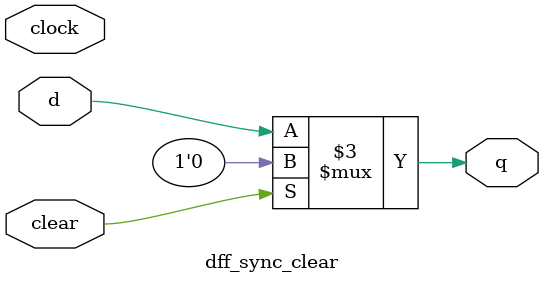
<source format=v>
`ifndef DFF_SYNC_CLEAR
`define DFF_SYNC_CLEAR
    module dff_sync_clear(
        output q,
        input d,
        input clear,
        input clock
    );

    reg q;        
        always @(clock) begin

            if(clear) 
                q = 0;
            else
                q = d;

        end

    endmodule
`endif
</source>
